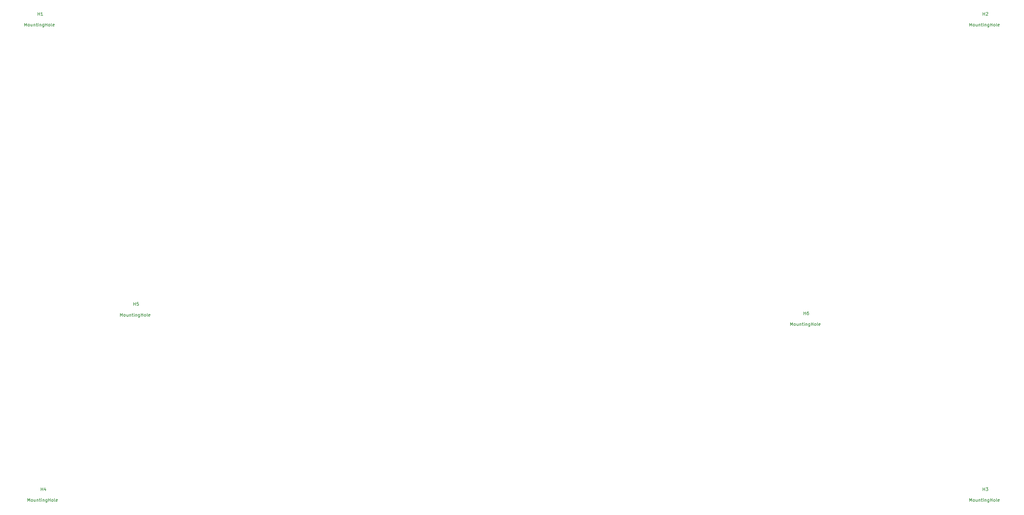
<source format=gbr>
G04 #@! TF.GenerationSoftware,KiCad,Pcbnew,(5.1.9-0-10_14)*
G04 #@! TF.CreationDate,2021-04-15T17:38:18+09:00*
G04 #@! TF.ProjectId,JupiterAdvanced,4a757069-7465-4724-9164-76616e636564,1*
G04 #@! TF.SameCoordinates,Original*
G04 #@! TF.FileFunction,Other,Fab,Top*
%FSLAX46Y46*%
G04 Gerber Fmt 4.6, Leading zero omitted, Abs format (unit mm)*
G04 Created by KiCad (PCBNEW (5.1.9-0-10_14)) date 2021-04-15 17:38:18*
%MOMM*%
%LPD*%
G01*
G04 APERTURE LIST*
%ADD10C,0.150000*%
G04 APERTURE END LIST*
D10*
X307539285Y-186427380D02*
X307539285Y-185427380D01*
X307872619Y-186141666D01*
X308205952Y-185427380D01*
X308205952Y-186427380D01*
X308825000Y-186427380D02*
X308729761Y-186379761D01*
X308682142Y-186332142D01*
X308634523Y-186236904D01*
X308634523Y-185951190D01*
X308682142Y-185855952D01*
X308729761Y-185808333D01*
X308825000Y-185760714D01*
X308967857Y-185760714D01*
X309063095Y-185808333D01*
X309110714Y-185855952D01*
X309158333Y-185951190D01*
X309158333Y-186236904D01*
X309110714Y-186332142D01*
X309063095Y-186379761D01*
X308967857Y-186427380D01*
X308825000Y-186427380D01*
X310015476Y-185760714D02*
X310015476Y-186427380D01*
X309586904Y-185760714D02*
X309586904Y-186284523D01*
X309634523Y-186379761D01*
X309729761Y-186427380D01*
X309872619Y-186427380D01*
X309967857Y-186379761D01*
X310015476Y-186332142D01*
X310491666Y-185760714D02*
X310491666Y-186427380D01*
X310491666Y-185855952D02*
X310539285Y-185808333D01*
X310634523Y-185760714D01*
X310777380Y-185760714D01*
X310872619Y-185808333D01*
X310920238Y-185903571D01*
X310920238Y-186427380D01*
X311253571Y-185760714D02*
X311634523Y-185760714D01*
X311396428Y-185427380D02*
X311396428Y-186284523D01*
X311444047Y-186379761D01*
X311539285Y-186427380D01*
X311634523Y-186427380D01*
X311967857Y-186427380D02*
X311967857Y-185760714D01*
X311967857Y-185427380D02*
X311920238Y-185475000D01*
X311967857Y-185522619D01*
X312015476Y-185475000D01*
X311967857Y-185427380D01*
X311967857Y-185522619D01*
X312444047Y-185760714D02*
X312444047Y-186427380D01*
X312444047Y-185855952D02*
X312491666Y-185808333D01*
X312586904Y-185760714D01*
X312729761Y-185760714D01*
X312825000Y-185808333D01*
X312872619Y-185903571D01*
X312872619Y-186427380D01*
X313777380Y-185760714D02*
X313777380Y-186570238D01*
X313729761Y-186665476D01*
X313682142Y-186713095D01*
X313586904Y-186760714D01*
X313444047Y-186760714D01*
X313348809Y-186713095D01*
X313777380Y-186379761D02*
X313682142Y-186427380D01*
X313491666Y-186427380D01*
X313396428Y-186379761D01*
X313348809Y-186332142D01*
X313301190Y-186236904D01*
X313301190Y-185951190D01*
X313348809Y-185855952D01*
X313396428Y-185808333D01*
X313491666Y-185760714D01*
X313682142Y-185760714D01*
X313777380Y-185808333D01*
X314253571Y-186427380D02*
X314253571Y-185427380D01*
X314253571Y-185903571D02*
X314825000Y-185903571D01*
X314825000Y-186427380D02*
X314825000Y-185427380D01*
X315444047Y-186427380D02*
X315348809Y-186379761D01*
X315301190Y-186332142D01*
X315253571Y-186236904D01*
X315253571Y-185951190D01*
X315301190Y-185855952D01*
X315348809Y-185808333D01*
X315444047Y-185760714D01*
X315586904Y-185760714D01*
X315682142Y-185808333D01*
X315729761Y-185855952D01*
X315777380Y-185951190D01*
X315777380Y-186236904D01*
X315729761Y-186332142D01*
X315682142Y-186379761D01*
X315586904Y-186427380D01*
X315444047Y-186427380D01*
X316348809Y-186427380D02*
X316253571Y-186379761D01*
X316205952Y-186284523D01*
X316205952Y-185427380D01*
X317110714Y-186379761D02*
X317015476Y-186427380D01*
X316825000Y-186427380D01*
X316729761Y-186379761D01*
X316682142Y-186284523D01*
X316682142Y-185903571D01*
X316729761Y-185808333D01*
X316825000Y-185760714D01*
X317015476Y-185760714D01*
X317110714Y-185808333D01*
X317158333Y-185903571D01*
X317158333Y-185998809D01*
X316682142Y-186094047D01*
X311863095Y-182927380D02*
X311863095Y-181927380D01*
X311863095Y-182403571D02*
X312434523Y-182403571D01*
X312434523Y-182927380D02*
X312434523Y-181927380D01*
X313339285Y-181927380D02*
X313148809Y-181927380D01*
X313053571Y-181975000D01*
X313005952Y-182022619D01*
X312910714Y-182165476D01*
X312863095Y-182355952D01*
X312863095Y-182736904D01*
X312910714Y-182832142D01*
X312958333Y-182879761D01*
X313053571Y-182927380D01*
X313244047Y-182927380D01*
X313339285Y-182879761D01*
X313386904Y-182832142D01*
X313434523Y-182736904D01*
X313434523Y-182498809D01*
X313386904Y-182403571D01*
X313339285Y-182355952D01*
X313244047Y-182308333D01*
X313053571Y-182308333D01*
X312958333Y-182355952D01*
X312910714Y-182403571D01*
X312863095Y-182498809D01*
X90539285Y-183427380D02*
X90539285Y-182427380D01*
X90872619Y-183141666D01*
X91205952Y-182427380D01*
X91205952Y-183427380D01*
X91825000Y-183427380D02*
X91729761Y-183379761D01*
X91682142Y-183332142D01*
X91634523Y-183236904D01*
X91634523Y-182951190D01*
X91682142Y-182855952D01*
X91729761Y-182808333D01*
X91825000Y-182760714D01*
X91967857Y-182760714D01*
X92063095Y-182808333D01*
X92110714Y-182855952D01*
X92158333Y-182951190D01*
X92158333Y-183236904D01*
X92110714Y-183332142D01*
X92063095Y-183379761D01*
X91967857Y-183427380D01*
X91825000Y-183427380D01*
X93015476Y-182760714D02*
X93015476Y-183427380D01*
X92586904Y-182760714D02*
X92586904Y-183284523D01*
X92634523Y-183379761D01*
X92729761Y-183427380D01*
X92872619Y-183427380D01*
X92967857Y-183379761D01*
X93015476Y-183332142D01*
X93491666Y-182760714D02*
X93491666Y-183427380D01*
X93491666Y-182855952D02*
X93539285Y-182808333D01*
X93634523Y-182760714D01*
X93777380Y-182760714D01*
X93872619Y-182808333D01*
X93920238Y-182903571D01*
X93920238Y-183427380D01*
X94253571Y-182760714D02*
X94634523Y-182760714D01*
X94396428Y-182427380D02*
X94396428Y-183284523D01*
X94444047Y-183379761D01*
X94539285Y-183427380D01*
X94634523Y-183427380D01*
X94967857Y-183427380D02*
X94967857Y-182760714D01*
X94967857Y-182427380D02*
X94920238Y-182475000D01*
X94967857Y-182522619D01*
X95015476Y-182475000D01*
X94967857Y-182427380D01*
X94967857Y-182522619D01*
X95444047Y-182760714D02*
X95444047Y-183427380D01*
X95444047Y-182855952D02*
X95491666Y-182808333D01*
X95586904Y-182760714D01*
X95729761Y-182760714D01*
X95825000Y-182808333D01*
X95872619Y-182903571D01*
X95872619Y-183427380D01*
X96777380Y-182760714D02*
X96777380Y-183570238D01*
X96729761Y-183665476D01*
X96682142Y-183713095D01*
X96586904Y-183760714D01*
X96444047Y-183760714D01*
X96348809Y-183713095D01*
X96777380Y-183379761D02*
X96682142Y-183427380D01*
X96491666Y-183427380D01*
X96396428Y-183379761D01*
X96348809Y-183332142D01*
X96301190Y-183236904D01*
X96301190Y-182951190D01*
X96348809Y-182855952D01*
X96396428Y-182808333D01*
X96491666Y-182760714D01*
X96682142Y-182760714D01*
X96777380Y-182808333D01*
X97253571Y-183427380D02*
X97253571Y-182427380D01*
X97253571Y-182903571D02*
X97825000Y-182903571D01*
X97825000Y-183427380D02*
X97825000Y-182427380D01*
X98444047Y-183427380D02*
X98348809Y-183379761D01*
X98301190Y-183332142D01*
X98253571Y-183236904D01*
X98253571Y-182951190D01*
X98301190Y-182855952D01*
X98348809Y-182808333D01*
X98444047Y-182760714D01*
X98586904Y-182760714D01*
X98682142Y-182808333D01*
X98729761Y-182855952D01*
X98777380Y-182951190D01*
X98777380Y-183236904D01*
X98729761Y-183332142D01*
X98682142Y-183379761D01*
X98586904Y-183427380D01*
X98444047Y-183427380D01*
X99348809Y-183427380D02*
X99253571Y-183379761D01*
X99205952Y-183284523D01*
X99205952Y-182427380D01*
X100110714Y-183379761D02*
X100015476Y-183427380D01*
X99825000Y-183427380D01*
X99729761Y-183379761D01*
X99682142Y-183284523D01*
X99682142Y-182903571D01*
X99729761Y-182808333D01*
X99825000Y-182760714D01*
X100015476Y-182760714D01*
X100110714Y-182808333D01*
X100158333Y-182903571D01*
X100158333Y-182998809D01*
X99682142Y-183094047D01*
X94863095Y-179927380D02*
X94863095Y-178927380D01*
X94863095Y-179403571D02*
X95434523Y-179403571D01*
X95434523Y-179927380D02*
X95434523Y-178927380D01*
X96386904Y-178927380D02*
X95910714Y-178927380D01*
X95863095Y-179403571D01*
X95910714Y-179355952D01*
X96005952Y-179308333D01*
X96244047Y-179308333D01*
X96339285Y-179355952D01*
X96386904Y-179403571D01*
X96434523Y-179498809D01*
X96434523Y-179736904D01*
X96386904Y-179832142D01*
X96339285Y-179879761D01*
X96244047Y-179927380D01*
X96005952Y-179927380D01*
X95910714Y-179879761D01*
X95863095Y-179832142D01*
X60539285Y-243427380D02*
X60539285Y-242427380D01*
X60872619Y-243141666D01*
X61205952Y-242427380D01*
X61205952Y-243427380D01*
X61825000Y-243427380D02*
X61729761Y-243379761D01*
X61682142Y-243332142D01*
X61634523Y-243236904D01*
X61634523Y-242951190D01*
X61682142Y-242855952D01*
X61729761Y-242808333D01*
X61825000Y-242760714D01*
X61967857Y-242760714D01*
X62063095Y-242808333D01*
X62110714Y-242855952D01*
X62158333Y-242951190D01*
X62158333Y-243236904D01*
X62110714Y-243332142D01*
X62063095Y-243379761D01*
X61967857Y-243427380D01*
X61825000Y-243427380D01*
X63015476Y-242760714D02*
X63015476Y-243427380D01*
X62586904Y-242760714D02*
X62586904Y-243284523D01*
X62634523Y-243379761D01*
X62729761Y-243427380D01*
X62872619Y-243427380D01*
X62967857Y-243379761D01*
X63015476Y-243332142D01*
X63491666Y-242760714D02*
X63491666Y-243427380D01*
X63491666Y-242855952D02*
X63539285Y-242808333D01*
X63634523Y-242760714D01*
X63777380Y-242760714D01*
X63872619Y-242808333D01*
X63920238Y-242903571D01*
X63920238Y-243427380D01*
X64253571Y-242760714D02*
X64634523Y-242760714D01*
X64396428Y-242427380D02*
X64396428Y-243284523D01*
X64444047Y-243379761D01*
X64539285Y-243427380D01*
X64634523Y-243427380D01*
X64967857Y-243427380D02*
X64967857Y-242760714D01*
X64967857Y-242427380D02*
X64920238Y-242475000D01*
X64967857Y-242522619D01*
X65015476Y-242475000D01*
X64967857Y-242427380D01*
X64967857Y-242522619D01*
X65444047Y-242760714D02*
X65444047Y-243427380D01*
X65444047Y-242855952D02*
X65491666Y-242808333D01*
X65586904Y-242760714D01*
X65729761Y-242760714D01*
X65825000Y-242808333D01*
X65872619Y-242903571D01*
X65872619Y-243427380D01*
X66777380Y-242760714D02*
X66777380Y-243570238D01*
X66729761Y-243665476D01*
X66682142Y-243713095D01*
X66586904Y-243760714D01*
X66444047Y-243760714D01*
X66348809Y-243713095D01*
X66777380Y-243379761D02*
X66682142Y-243427380D01*
X66491666Y-243427380D01*
X66396428Y-243379761D01*
X66348809Y-243332142D01*
X66301190Y-243236904D01*
X66301190Y-242951190D01*
X66348809Y-242855952D01*
X66396428Y-242808333D01*
X66491666Y-242760714D01*
X66682142Y-242760714D01*
X66777380Y-242808333D01*
X67253571Y-243427380D02*
X67253571Y-242427380D01*
X67253571Y-242903571D02*
X67825000Y-242903571D01*
X67825000Y-243427380D02*
X67825000Y-242427380D01*
X68444047Y-243427380D02*
X68348809Y-243379761D01*
X68301190Y-243332142D01*
X68253571Y-243236904D01*
X68253571Y-242951190D01*
X68301190Y-242855952D01*
X68348809Y-242808333D01*
X68444047Y-242760714D01*
X68586904Y-242760714D01*
X68682142Y-242808333D01*
X68729761Y-242855952D01*
X68777380Y-242951190D01*
X68777380Y-243236904D01*
X68729761Y-243332142D01*
X68682142Y-243379761D01*
X68586904Y-243427380D01*
X68444047Y-243427380D01*
X69348809Y-243427380D02*
X69253571Y-243379761D01*
X69205952Y-243284523D01*
X69205952Y-242427380D01*
X70110714Y-243379761D02*
X70015476Y-243427380D01*
X69825000Y-243427380D01*
X69729761Y-243379761D01*
X69682142Y-243284523D01*
X69682142Y-242903571D01*
X69729761Y-242808333D01*
X69825000Y-242760714D01*
X70015476Y-242760714D01*
X70110714Y-242808333D01*
X70158333Y-242903571D01*
X70158333Y-242998809D01*
X69682142Y-243094047D01*
X64863095Y-239927380D02*
X64863095Y-238927380D01*
X64863095Y-239403571D02*
X65434523Y-239403571D01*
X65434523Y-239927380D02*
X65434523Y-238927380D01*
X66339285Y-239260714D02*
X66339285Y-239927380D01*
X66101190Y-238879761D02*
X65863095Y-239594047D01*
X66482142Y-239594047D01*
X365539285Y-243427380D02*
X365539285Y-242427380D01*
X365872619Y-243141666D01*
X366205952Y-242427380D01*
X366205952Y-243427380D01*
X366825000Y-243427380D02*
X366729761Y-243379761D01*
X366682142Y-243332142D01*
X366634523Y-243236904D01*
X366634523Y-242951190D01*
X366682142Y-242855952D01*
X366729761Y-242808333D01*
X366825000Y-242760714D01*
X366967857Y-242760714D01*
X367063095Y-242808333D01*
X367110714Y-242855952D01*
X367158333Y-242951190D01*
X367158333Y-243236904D01*
X367110714Y-243332142D01*
X367063095Y-243379761D01*
X366967857Y-243427380D01*
X366825000Y-243427380D01*
X368015476Y-242760714D02*
X368015476Y-243427380D01*
X367586904Y-242760714D02*
X367586904Y-243284523D01*
X367634523Y-243379761D01*
X367729761Y-243427380D01*
X367872619Y-243427380D01*
X367967857Y-243379761D01*
X368015476Y-243332142D01*
X368491666Y-242760714D02*
X368491666Y-243427380D01*
X368491666Y-242855952D02*
X368539285Y-242808333D01*
X368634523Y-242760714D01*
X368777380Y-242760714D01*
X368872619Y-242808333D01*
X368920238Y-242903571D01*
X368920238Y-243427380D01*
X369253571Y-242760714D02*
X369634523Y-242760714D01*
X369396428Y-242427380D02*
X369396428Y-243284523D01*
X369444047Y-243379761D01*
X369539285Y-243427380D01*
X369634523Y-243427380D01*
X369967857Y-243427380D02*
X369967857Y-242760714D01*
X369967857Y-242427380D02*
X369920238Y-242475000D01*
X369967857Y-242522619D01*
X370015476Y-242475000D01*
X369967857Y-242427380D01*
X369967857Y-242522619D01*
X370444047Y-242760714D02*
X370444047Y-243427380D01*
X370444047Y-242855952D02*
X370491666Y-242808333D01*
X370586904Y-242760714D01*
X370729761Y-242760714D01*
X370825000Y-242808333D01*
X370872619Y-242903571D01*
X370872619Y-243427380D01*
X371777380Y-242760714D02*
X371777380Y-243570238D01*
X371729761Y-243665476D01*
X371682142Y-243713095D01*
X371586904Y-243760714D01*
X371444047Y-243760714D01*
X371348809Y-243713095D01*
X371777380Y-243379761D02*
X371682142Y-243427380D01*
X371491666Y-243427380D01*
X371396428Y-243379761D01*
X371348809Y-243332142D01*
X371301190Y-243236904D01*
X371301190Y-242951190D01*
X371348809Y-242855952D01*
X371396428Y-242808333D01*
X371491666Y-242760714D01*
X371682142Y-242760714D01*
X371777380Y-242808333D01*
X372253571Y-243427380D02*
X372253571Y-242427380D01*
X372253571Y-242903571D02*
X372825000Y-242903571D01*
X372825000Y-243427380D02*
X372825000Y-242427380D01*
X373444047Y-243427380D02*
X373348809Y-243379761D01*
X373301190Y-243332142D01*
X373253571Y-243236904D01*
X373253571Y-242951190D01*
X373301190Y-242855952D01*
X373348809Y-242808333D01*
X373444047Y-242760714D01*
X373586904Y-242760714D01*
X373682142Y-242808333D01*
X373729761Y-242855952D01*
X373777380Y-242951190D01*
X373777380Y-243236904D01*
X373729761Y-243332142D01*
X373682142Y-243379761D01*
X373586904Y-243427380D01*
X373444047Y-243427380D01*
X374348809Y-243427380D02*
X374253571Y-243379761D01*
X374205952Y-243284523D01*
X374205952Y-242427380D01*
X375110714Y-243379761D02*
X375015476Y-243427380D01*
X374825000Y-243427380D01*
X374729761Y-243379761D01*
X374682142Y-243284523D01*
X374682142Y-242903571D01*
X374729761Y-242808333D01*
X374825000Y-242760714D01*
X375015476Y-242760714D01*
X375110714Y-242808333D01*
X375158333Y-242903571D01*
X375158333Y-242998809D01*
X374682142Y-243094047D01*
X369863095Y-239927380D02*
X369863095Y-238927380D01*
X369863095Y-239403571D02*
X370434523Y-239403571D01*
X370434523Y-239927380D02*
X370434523Y-238927380D01*
X370815476Y-238927380D02*
X371434523Y-238927380D01*
X371101190Y-239308333D01*
X371244047Y-239308333D01*
X371339285Y-239355952D01*
X371386904Y-239403571D01*
X371434523Y-239498809D01*
X371434523Y-239736904D01*
X371386904Y-239832142D01*
X371339285Y-239879761D01*
X371244047Y-239927380D01*
X370958333Y-239927380D01*
X370863095Y-239879761D01*
X370815476Y-239832142D01*
X365539285Y-89427380D02*
X365539285Y-88427380D01*
X365872619Y-89141666D01*
X366205952Y-88427380D01*
X366205952Y-89427380D01*
X366825000Y-89427380D02*
X366729761Y-89379761D01*
X366682142Y-89332142D01*
X366634523Y-89236904D01*
X366634523Y-88951190D01*
X366682142Y-88855952D01*
X366729761Y-88808333D01*
X366825000Y-88760714D01*
X366967857Y-88760714D01*
X367063095Y-88808333D01*
X367110714Y-88855952D01*
X367158333Y-88951190D01*
X367158333Y-89236904D01*
X367110714Y-89332142D01*
X367063095Y-89379761D01*
X366967857Y-89427380D01*
X366825000Y-89427380D01*
X368015476Y-88760714D02*
X368015476Y-89427380D01*
X367586904Y-88760714D02*
X367586904Y-89284523D01*
X367634523Y-89379761D01*
X367729761Y-89427380D01*
X367872619Y-89427380D01*
X367967857Y-89379761D01*
X368015476Y-89332142D01*
X368491666Y-88760714D02*
X368491666Y-89427380D01*
X368491666Y-88855952D02*
X368539285Y-88808333D01*
X368634523Y-88760714D01*
X368777380Y-88760714D01*
X368872619Y-88808333D01*
X368920238Y-88903571D01*
X368920238Y-89427380D01*
X369253571Y-88760714D02*
X369634523Y-88760714D01*
X369396428Y-88427380D02*
X369396428Y-89284523D01*
X369444047Y-89379761D01*
X369539285Y-89427380D01*
X369634523Y-89427380D01*
X369967857Y-89427380D02*
X369967857Y-88760714D01*
X369967857Y-88427380D02*
X369920238Y-88475000D01*
X369967857Y-88522619D01*
X370015476Y-88475000D01*
X369967857Y-88427380D01*
X369967857Y-88522619D01*
X370444047Y-88760714D02*
X370444047Y-89427380D01*
X370444047Y-88855952D02*
X370491666Y-88808333D01*
X370586904Y-88760714D01*
X370729761Y-88760714D01*
X370825000Y-88808333D01*
X370872619Y-88903571D01*
X370872619Y-89427380D01*
X371777380Y-88760714D02*
X371777380Y-89570238D01*
X371729761Y-89665476D01*
X371682142Y-89713095D01*
X371586904Y-89760714D01*
X371444047Y-89760714D01*
X371348809Y-89713095D01*
X371777380Y-89379761D02*
X371682142Y-89427380D01*
X371491666Y-89427380D01*
X371396428Y-89379761D01*
X371348809Y-89332142D01*
X371301190Y-89236904D01*
X371301190Y-88951190D01*
X371348809Y-88855952D01*
X371396428Y-88808333D01*
X371491666Y-88760714D01*
X371682142Y-88760714D01*
X371777380Y-88808333D01*
X372253571Y-89427380D02*
X372253571Y-88427380D01*
X372253571Y-88903571D02*
X372825000Y-88903571D01*
X372825000Y-89427380D02*
X372825000Y-88427380D01*
X373444047Y-89427380D02*
X373348809Y-89379761D01*
X373301190Y-89332142D01*
X373253571Y-89236904D01*
X373253571Y-88951190D01*
X373301190Y-88855952D01*
X373348809Y-88808333D01*
X373444047Y-88760714D01*
X373586904Y-88760714D01*
X373682142Y-88808333D01*
X373729761Y-88855952D01*
X373777380Y-88951190D01*
X373777380Y-89236904D01*
X373729761Y-89332142D01*
X373682142Y-89379761D01*
X373586904Y-89427380D01*
X373444047Y-89427380D01*
X374348809Y-89427380D02*
X374253571Y-89379761D01*
X374205952Y-89284523D01*
X374205952Y-88427380D01*
X375110714Y-89379761D02*
X375015476Y-89427380D01*
X374825000Y-89427380D01*
X374729761Y-89379761D01*
X374682142Y-89284523D01*
X374682142Y-88903571D01*
X374729761Y-88808333D01*
X374825000Y-88760714D01*
X375015476Y-88760714D01*
X375110714Y-88808333D01*
X375158333Y-88903571D01*
X375158333Y-88998809D01*
X374682142Y-89094047D01*
X369863095Y-85927380D02*
X369863095Y-84927380D01*
X369863095Y-85403571D02*
X370434523Y-85403571D01*
X370434523Y-85927380D02*
X370434523Y-84927380D01*
X370863095Y-85022619D02*
X370910714Y-84975000D01*
X371005952Y-84927380D01*
X371244047Y-84927380D01*
X371339285Y-84975000D01*
X371386904Y-85022619D01*
X371434523Y-85117857D01*
X371434523Y-85213095D01*
X371386904Y-85355952D01*
X370815476Y-85927380D01*
X371434523Y-85927380D01*
X59539285Y-89427380D02*
X59539285Y-88427380D01*
X59872619Y-89141666D01*
X60205952Y-88427380D01*
X60205952Y-89427380D01*
X60825000Y-89427380D02*
X60729761Y-89379761D01*
X60682142Y-89332142D01*
X60634523Y-89236904D01*
X60634523Y-88951190D01*
X60682142Y-88855952D01*
X60729761Y-88808333D01*
X60825000Y-88760714D01*
X60967857Y-88760714D01*
X61063095Y-88808333D01*
X61110714Y-88855952D01*
X61158333Y-88951190D01*
X61158333Y-89236904D01*
X61110714Y-89332142D01*
X61063095Y-89379761D01*
X60967857Y-89427380D01*
X60825000Y-89427380D01*
X62015476Y-88760714D02*
X62015476Y-89427380D01*
X61586904Y-88760714D02*
X61586904Y-89284523D01*
X61634523Y-89379761D01*
X61729761Y-89427380D01*
X61872619Y-89427380D01*
X61967857Y-89379761D01*
X62015476Y-89332142D01*
X62491666Y-88760714D02*
X62491666Y-89427380D01*
X62491666Y-88855952D02*
X62539285Y-88808333D01*
X62634523Y-88760714D01*
X62777380Y-88760714D01*
X62872619Y-88808333D01*
X62920238Y-88903571D01*
X62920238Y-89427380D01*
X63253571Y-88760714D02*
X63634523Y-88760714D01*
X63396428Y-88427380D02*
X63396428Y-89284523D01*
X63444047Y-89379761D01*
X63539285Y-89427380D01*
X63634523Y-89427380D01*
X63967857Y-89427380D02*
X63967857Y-88760714D01*
X63967857Y-88427380D02*
X63920238Y-88475000D01*
X63967857Y-88522619D01*
X64015476Y-88475000D01*
X63967857Y-88427380D01*
X63967857Y-88522619D01*
X64444047Y-88760714D02*
X64444047Y-89427380D01*
X64444047Y-88855952D02*
X64491666Y-88808333D01*
X64586904Y-88760714D01*
X64729761Y-88760714D01*
X64825000Y-88808333D01*
X64872619Y-88903571D01*
X64872619Y-89427380D01*
X65777380Y-88760714D02*
X65777380Y-89570238D01*
X65729761Y-89665476D01*
X65682142Y-89713095D01*
X65586904Y-89760714D01*
X65444047Y-89760714D01*
X65348809Y-89713095D01*
X65777380Y-89379761D02*
X65682142Y-89427380D01*
X65491666Y-89427380D01*
X65396428Y-89379761D01*
X65348809Y-89332142D01*
X65301190Y-89236904D01*
X65301190Y-88951190D01*
X65348809Y-88855952D01*
X65396428Y-88808333D01*
X65491666Y-88760714D01*
X65682142Y-88760714D01*
X65777380Y-88808333D01*
X66253571Y-89427380D02*
X66253571Y-88427380D01*
X66253571Y-88903571D02*
X66825000Y-88903571D01*
X66825000Y-89427380D02*
X66825000Y-88427380D01*
X67444047Y-89427380D02*
X67348809Y-89379761D01*
X67301190Y-89332142D01*
X67253571Y-89236904D01*
X67253571Y-88951190D01*
X67301190Y-88855952D01*
X67348809Y-88808333D01*
X67444047Y-88760714D01*
X67586904Y-88760714D01*
X67682142Y-88808333D01*
X67729761Y-88855952D01*
X67777380Y-88951190D01*
X67777380Y-89236904D01*
X67729761Y-89332142D01*
X67682142Y-89379761D01*
X67586904Y-89427380D01*
X67444047Y-89427380D01*
X68348809Y-89427380D02*
X68253571Y-89379761D01*
X68205952Y-89284523D01*
X68205952Y-88427380D01*
X69110714Y-89379761D02*
X69015476Y-89427380D01*
X68825000Y-89427380D01*
X68729761Y-89379761D01*
X68682142Y-89284523D01*
X68682142Y-88903571D01*
X68729761Y-88808333D01*
X68825000Y-88760714D01*
X69015476Y-88760714D01*
X69110714Y-88808333D01*
X69158333Y-88903571D01*
X69158333Y-88998809D01*
X68682142Y-89094047D01*
X63863095Y-85927380D02*
X63863095Y-84927380D01*
X63863095Y-85403571D02*
X64434523Y-85403571D01*
X64434523Y-85927380D02*
X64434523Y-84927380D01*
X65434523Y-85927380D02*
X64863095Y-85927380D01*
X65148809Y-85927380D02*
X65148809Y-84927380D01*
X65053571Y-85070238D01*
X64958333Y-85165476D01*
X64863095Y-85213095D01*
M02*

</source>
